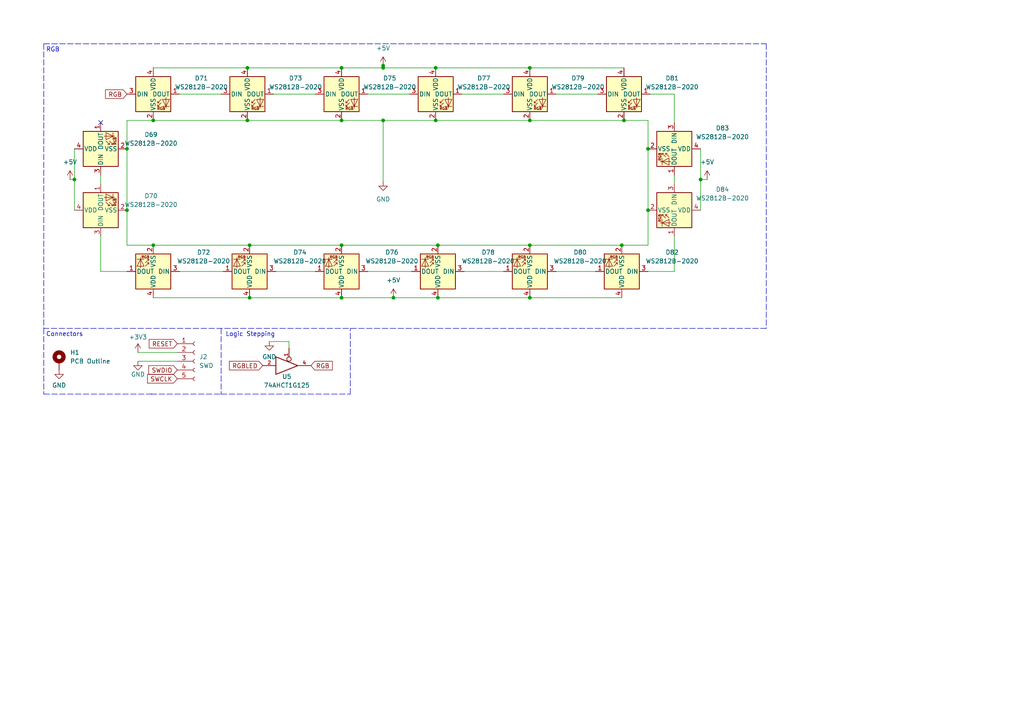
<source format=kicad_sch>
(kicad_sch (version 20231120) (generator "eeschema") (generator_version "8.0")
  (paper "A4")
  (title_block (title "SST60 - Multi-layout 60% pcb") (date "2022-07-25") (rev "1.0"))
  (lib_symbols
    (symbol "74xGxx:74AHCT1G125" (pin_names (offset 1.016))
      (property "Reference" "U?" (at -0.635 -5.715 0))
      (property "Value" "74AHCT1G125" (at -0.635 -8.255 0))
      (symbol "74AHCT1G125_0_1"
        (polyline (pts (xy -3.81 2.54) (xy -3.81 -2.54) (xy 2.54 0) (xy -3.81 2.54)) (stroke (width 0.254)))
      )
      (symbol "74AHCT1G125_1_1"
        (pin input inverted (at 0 5.08 270) (length 3.81) (name "~") (number "1"))
        (pin input line (at -7.62 0 0) (length 3.81) (name "~") (number "2"))
        (pin power_in line (at 5.08 -2.54 270) (length 0) hide (name "GND") (number "3"))
        (pin tri_state line (at 6.35 0 180) (length 3.81) (name "~") (number "4"))
        (pin power_in line (at 1.27 1.27 90) (length 0) hide (name "+5V") (number "5"))
      )
    )
    (symbol "Connector:Conn_01x05_Female" (pin_names (offset 1.016) hide)
      (property "Reference" "J" (at 0 7.62 0))
      (property "Value" "Conn_01x05_Female" (at 0 -7.62 0))
      (symbol "Conn_01x05_Female_1_1"
        (arc (start 0 -4.572) (mid -0.5058 -5.08) (end 0 -5.588) (stroke (width 0.1524)))
        (arc (start 0 -2.032) (mid -0.5058 -2.54) (end 0 -3.048) (stroke (width 0.1524)))
        (polyline (pts (xy -1.27 -5.08) (xy -0.508 -5.08)) (stroke (width 0.1524)))
        (polyline (pts (xy -1.27 -2.54) (xy -0.508 -2.54)) (stroke (width 0.1524)))
        (polyline (pts (xy -1.27 0) (xy -0.508 0)) (stroke (width 0.1524)))
        (polyline (pts (xy -1.27 2.54) (xy -0.508 2.54)) (stroke (width 0.1524)))
        (polyline (pts (xy -1.27 5.08) (xy -0.508 5.08)) (stroke (width 0.1524)))
        (arc (start 0 0.508) (mid -0.5058 0) (end 0 -0.508) (stroke (width 0.1524)))
        (arc (start 0 3.048) (mid -0.5058 2.54) (end 0 2.032) (stroke (width 0.1524)))
        (arc (start 0 5.588) (mid -0.5058 5.08) (end 0 4.572) (stroke (width 0.1524)))
        (pin passive line (at -5.08 5.08 0) (length 3.81) (name "Pin_1") (number "1"))
        (pin passive line (at -5.08 2.54 0) (length 3.81) (name "Pin_2") (number "2"))
        (pin passive line (at -5.08 0 0) (length 3.81) (name "Pin_3") (number "3"))
        (pin passive line (at -5.08 -2.54 0) (length 3.81) (name "Pin_4") (number "4"))
        (pin passive line (at -5.08 -5.08 0) (length 3.81) (name "Pin_5") (number "5"))
      )
    )
    (symbol "Mechanical:MountingHole_Pad" (pin_numbers hide) (pin_names (offset 1.016) hide)
      (property "Reference" "H" (at 0 6.35 0))
      (property "Value" "MountingHole_Pad" (at 0 4.445 0))
      (symbol "MountingHole_Pad_0_1"
        (circle (center 0 1.27) (radius 1.27) (stroke (width 1.27)))
      )
      (symbol "MountingHole_Pad_1_1"
        (pin input line (at 0 -2.54 90) (length 2.54) (name "1") (number "1"))
      )
    )
    (symbol "cipulot_parts:SK6812MINI" (pin_names (offset 0.254))
      (property "Reference" "D" (at 5.08 5.715 0))
      (property "Value" "SK6812MINI" (at 1.27 -5.715 0))
      (symbol "SK6812MINI_0_0"
        (text "RGB" (at 2.286 -4.191 0) (effects (font (size 0.762 0.762))))
      )
      (symbol "SK6812MINI_0_1"
        (polyline (pts (xy 1.27 -3.556) (xy 1.778 -3.556)))
        (polyline (pts (xy 1.27 -2.54) (xy 1.778 -2.54)))
        (polyline (pts (xy 4.699 -3.556) (xy 2.667 -3.556)))
        (polyline (pts (xy 2.286 -2.54) (xy 1.27 -3.556) (xy 1.27 -3.048)))
        (polyline (pts (xy 2.286 -1.524) (xy 1.27 -2.54) (xy 1.27 -2.032)))
        (polyline (pts (xy 3.683 -1.016) (xy 3.683 -3.556) (xy 3.683 -4.064)))
        (polyline (pts (xy 4.699 -1.524) (xy 2.667 -1.524) (xy 3.683 -3.556) (xy 4.699 -1.524)))
        (rectangle (start 5.08 5.08) (end -5.08 -5.08) (stroke (width 0.254)) (fill (type background)))
      )
      (symbol "SK6812MINI_1_1"
        (pin output line (at 7.62 0 180) (length 2.54) (name "DOUT") (number "1"))
        (pin power_in line (at 0 -7.62 90) (length 2.54) (name "VSS") (number "2"))
        (pin input line (at -7.62 0 0) (length 2.54) (name "DIN") (number "3"))
        (pin power_in line (at 0 7.62 270) (length 2.54) (name "VDD") (number "4"))
      )
    )
    (symbol "power:+3V3" (power) (pin_names (offset 0))
      (property "Value" "+3V3" (at 0 3.556 0))
      (symbol "+3V3_0_1"
        (polyline (pts (xy -0.762 1.27) (xy 0 2.54)))
        (polyline (pts (xy 0 0) (xy 0 2.54)))
        (polyline (pts (xy 0 2.54) (xy 0.762 1.27)))
      )
      (symbol "+3V3_1_1"
        (pin power_in line (at 0 0 90) (length 0) hide (name "+3V3") (number "1"))
      )
    )
    (symbol "power:+5V" (power) (pin_names (offset 0))
      (property "Value" "+5V" (at 0 3.556 0))
      (symbol "+5V_0_1"
        (polyline (pts (xy -0.762 1.27) (xy 0 2.54)))
        (polyline (pts (xy 0 0) (xy 0 2.54)))
        (polyline (pts (xy 0 2.54) (xy 0.762 1.27)))
      )
      (symbol "+5V_1_1"
        (pin power_in line (at 0 0 90) (length 0) hide (name "+5V") (number "1"))
      )
    )
    (symbol "power:GND" (power) (pin_names (offset 0))
      (property "Value" "GND" (at 0 -3.81 0))
      (symbol "GND_0_1"
        (polyline (pts (xy 0 0) (xy 0 -1.27) (xy 1.27 -1.27) (xy 0 -2.54) (xy -1.27 -1.27) (xy 0 -1.27)))
      )
      (symbol "GND_1_1"
        (pin power_in line (at 0 0 270) (length 0) hide (name "GND") (number "1"))
      )
    )
  )
  (junction (at 153.67 34.925))
  (junction (at 114.113 86.36))
  (junction (at 153.67 71.12))
  (junction (at 187.96 60.96))
  (junction (at 153.67 86.36))
  (junction (at 111.125 19.05))
  (junction (at 21.59 52.07))
  (junction (at 44.45 71.12))
  (junction (at 99.06 86.36))
  (junction (at 187.96 43.18))
  (junction (at 180.975 34.925))
  (junction (at 127 86.36))
  (junction (at 180.34 71.12))
  (junction (at 99.06 19.685))
  (junction (at 126.365 34.925))
  (junction (at 36.83 60.96))
  (junction (at 71.755 34.925))
  (junction (at 127 71.12))
  (junction (at 111.125 19.685))
  (junction (at 111.125 34.925))
  (junction (at 36.83 43.18))
  (junction (at 72.39 86.36))
  (junction (at 153.67 19.685))
  (junction (at 126.365 19.685))
  (junction (at 99.06 34.925))
  (junction (at 99.06 71.12))
  (junction (at 44.45 34.925))
  (junction (at 72.39 71.12))
  (junction (at 203.2 52.07))
  (junction (at 71.755 19.685))
  (no_connect (at 29.21 35.56))
  (wire (pts (xy 21.59 52.07) (xy 21.59 60.96)))
  (wire (pts (xy 187.96 43.18) (xy 187.96 34.925)))
  (polyline (pts (xy 12.7 12.7) (xy 12.7 95.25)) (stroke (width 0) (type dash)))
  (wire (pts (xy 40.005 104.775) (xy 51.435 104.775)))
  (wire (pts (xy 195.58 50.8) (xy 195.58 53.34)))
  (wire (pts (xy 127 71.12) (xy 99.06 71.12)))
  (wire (pts (xy 187.96 43.18) (xy 187.96 60.96)))
  (wire (pts (xy 99.06 34.925) (xy 111.125 34.925)))
  (wire (pts (xy 21.59 43.18) (xy 21.59 52.07)))
  (wire (pts (xy 44.45 71.12) (xy 36.83 71.12)))
  (wire (pts (xy 188.595 27.305) (xy 195.58 27.305)))
  (wire (pts (xy 127 86.36) (xy 153.67 86.36)))
  (wire (pts (xy 106.68 27.305) (xy 118.745 27.305)))
  (wire (pts (xy 29.21 68.58) (xy 29.21 78.74)))
  (wire (pts (xy 126.365 19.685) (xy 111.125 19.685)))
  (wire (pts (xy 134.62 78.74) (xy 146.05 78.74)))
  (polyline (pts (xy 12.7 12.7) (xy 222.25 12.7)) (stroke (width 0) (type dash)))
  (wire (pts (xy 161.29 27.305) (xy 173.355 27.305)))
  (polyline (pts (xy 101.6 114.3) (xy 101.6 95.25)) (stroke (width 0) (type dash)))
  (polyline (pts (xy 64.135 114.3) (xy 101.6 114.3)) (stroke (width 0) (type dash)))
  (wire (pts (xy 78.105 99.06) (xy 83.82 99.06)))
  (polyline (pts (xy 222.25 12.7) (xy 222.25 95.25)) (stroke (width 0) (type dash)))
  (wire (pts (xy 187.96 71.12) (xy 180.34 71.12)))
  (wire (pts (xy 180.34 71.12) (xy 153.67 71.12)))
  (wire (pts (xy 203.2 43.18) (xy 203.2 52.07)))
  (wire (pts (xy 52.07 78.74) (xy 64.77 78.74)))
  (wire (pts (xy 187.96 60.96) (xy 187.96 71.12)))
  (wire (pts (xy 79.375 27.305) (xy 91.44 27.305)))
  (wire (pts (xy 80.01 78.74) (xy 91.44 78.74)))
  (wire (pts (xy 29.21 78.74) (xy 36.83 78.74)))
  (wire (pts (xy 36.83 43.18) (xy 36.83 34.925)))
  (wire (pts (xy 36.83 43.18) (xy 36.83 60.96)))
  (wire (pts (xy 153.67 34.925) (xy 180.975 34.925)))
  (wire (pts (xy 111.125 19.685) (xy 111.125 19.05)))
  (wire (pts (xy 44.45 34.925) (xy 71.755 34.925)))
  (wire (pts (xy 203.2 52.07) (xy 205.105 52.07)))
  (wire (pts (xy 99.06 19.685) (xy 111.125 19.685)))
  (polyline (pts (xy 12.7 114.3) (xy 44.45 114.3)) (stroke (width 0) (type dash)))
  (wire (pts (xy 195.58 27.305) (xy 195.58 35.56)))
  (wire (pts (xy 195.58 68.58) (xy 195.58 78.74)))
  (wire (pts (xy 153.67 71.12) (xy 127 71.12)))
  (wire (pts (xy 180.975 19.685) (xy 153.67 19.685)))
  (wire (pts (xy 111.125 52.705) (xy 111.125 34.925)))
  (wire (pts (xy 20.32 52.07) (xy 21.59 52.07)))
  (wire (pts (xy 40.005 102.235) (xy 51.435 102.235)))
  (wire (pts (xy 44.45 19.685) (xy 71.755 19.685)))
  (wire (pts (xy 71.755 34.925) (xy 99.06 34.925)))
  (wire (pts (xy 29.21 50.8) (xy 29.21 53.34)))
  (polyline (pts (xy 43.815 114.3) (xy 64.135 114.3)) (stroke (width 0) (type dash)))
  (polyline (pts (xy 64.135 95.25) (xy 64.135 114.3)) (stroke (width 0) (type dash)))
  (wire (pts (xy 133.985 27.305) (xy 146.05 27.305)))
  (wire (pts (xy 36.83 60.96) (xy 36.83 71.12)))
  (wire (pts (xy 99.06 71.12) (xy 72.39 71.12)))
  (wire (pts (xy 161.29 78.74) (xy 172.72 78.74)))
  (wire (pts (xy 203.2 60.96) (xy 203.2 52.07)))
  (wire (pts (xy 99.06 86.36) (xy 114.113 86.36)))
  (wire (pts (xy 114.113 86.36) (xy 127 86.36)))
  (polyline (pts (xy 12.7 95.25) (xy 12.7 114.3)) (stroke (width 0) (type dash)))
  (wire (pts (xy 36.83 34.925) (xy 44.45 34.925)))
  (wire (pts (xy 72.39 86.36) (xy 99.06 86.36)))
  (wire (pts (xy 153.67 86.36) (xy 180.34 86.36)))
  (wire (pts (xy 111.125 19.05) (xy 111.125 18.415)))
  (wire (pts (xy 52.07 27.305) (xy 64.135 27.305)))
  (wire (pts (xy 44.45 86.36) (xy 72.39 86.36)))
  (wire (pts (xy 126.365 34.925) (xy 153.67 34.925)))
  (wire (pts (xy 195.58 78.74) (xy 187.96 78.74)))
  (wire (pts (xy 111.125 34.925) (xy 126.365 34.925)))
  (wire (pts (xy 72.39 71.12) (xy 44.45 71.12)))
  (wire (pts (xy 83.82 99.06) (xy 83.82 100.965)))
  (wire (pts (xy 71.755 19.685) (xy 99.06 19.685)))
  (wire (pts (xy 187.96 34.925) (xy 180.975 34.925)))
  (wire (pts (xy 153.67 19.685) (xy 126.365 19.685)))
  (wire (pts (xy 106.68 78.74) (xy 119.38 78.74)))
  (polyline (pts (xy 222.25 95.25) (xy 12.7 95.25)) (stroke (width 0) (type dash)))
  (text "Logic Stepping" (at 65.405 97.79 0) (effects (font (size 1.27 1.27)) (justify left bottom)))
  (text "Connectors\n" (at 13.335 97.79 0) (effects (font (size 1.27 1.27)) (justify left bottom)))
  (text "RGB\n" (at 13.335 15.24 0) (effects (font (size 1.27 1.27)) (justify left bottom)))
  (global_label "RGB" (shape input) (at 90.17 106.045 0) (property "Intersheetrefs" "${INTERSHEET_REFS}" (effects (hide yes))))
  (global_label "RGB" (shape input) (at 36.83 27.305 180) (property "Intersheetrefs" "${INTERSHEET_REFS}" (effects (hide yes))))
  (global_label "SWCLK" (shape input) (at 51.435 109.855 180) (property "Intersheetrefs" "${INTERSHEET_REFS}" (effects (hide yes))))
  (global_label "RGBLED" (shape input) (at 76.2 106.045 180) (property "Intersheetrefs" "${INTERSHEET_REFS}" (effects (hide yes))))
  (global_label "RESET" (shape input) (at 51.435 99.695 180) (property "Intersheetrefs" "${INTERSHEET_REFS}" (effects (hide yes))))
  (global_label "SWDIO" (shape input) (at 51.435 107.315 180) (property "Intersheetrefs" "${INTERSHEET_REFS}" (effects (hide yes))))
  (symbol (lib_id "cipulot_parts:SK6812MINI") (at 29.21 43.18 90) (unit 1)
    (property "Reference" "D69" (at 43.815 39.0398 90))
    (property "Value" "WS2812B-2020" (at 43.815 41.5798 90))
    (property "Footprint" "acheron_Components:LED_WS2812_2020" (effects (hide yes)))
    (property "Datasheet" "http://www.world-semi.com/DownLoadFile/112" (effects (hide yes)))
  )
  (symbol (lib_id "cipulot_parts:SK6812MINI") (at 29.21 60.96 90) (unit 1)
    (property "Reference" "D70" (at 43.815 56.8198 90))
    (property "Value" "WS2812B-2020" (at 43.815 59.3598 90))
    (property "Footprint" "acheron_Components:LED_WS2812_2020" (effects (hide yes)))
    (property "Datasheet" "http://www.world-semi.com/DownLoadFile/112" (effects (hide yes)))
  )
  (symbol (lib_id "cipulot_parts:SK6812MINI") (at 99.06 27.305 0) (unit 1)
    (property "Reference" "D75" (at 113.03 22.6949 0))
    (property "Value" "WS2812B-2020" (at 113.03 25.2349 0))
    (property "Footprint" "acheron_Components:LED_WS2812_2020" (effects (hide yes)))
    (property "Datasheet" "http://www.world-semi.com/DownLoadFile/112" (effects (hide yes)))
  )
  (symbol (lib_id "cipulot_parts:SK6812MINI") (at 72.39 78.74 180) (unit 1)
    (property "Reference" "D74" (at 86.995 73.1899 0))
    (property "Value" "WS2812B-2020" (at 86.995 75.7299 0))
    (property "Footprint" "acheron_Components:LED_WS2812_2020" (effects (hide yes)))
    (property "Datasheet" "http://www.world-semi.com/DownLoadFile/112" (effects (hide yes)))
  )
  (symbol (lib_id "cipulot_parts:SK6812MINI") (at 153.67 27.305 0) (unit 1)
    (property "Reference" "D79" (at 167.64 22.6949 0))
    (property "Value" "WS2812B-2020" (at 167.64 25.2349 0))
    (property "Footprint" "acheron_Components:LED_WS2812_2020" (effects (hide yes)))
    (property "Datasheet" "http://www.world-semi.com/DownLoadFile/112" (effects (hide yes)))
  )
  (symbol (lib_id "74xGxx:74AHCT1G125") (at 83.82 106.045 0) (unit 1)
    (property "Reference" "U5" (at 83.185 109.22 0))
    (property "Value" "74AHCT1G125" (at 83.185 111.76 0))
    (property "Footprint" "Package_TO_SOT_SMD:SOT-23-5" (effects (hide yes)))
    (property "Datasheet" "http://www.ti.com/lit/sg/scyt129e/scyt129e.pdf" (effects (hide yes)))
  )
  (symbol (lib_id "power:GND") (at 17.145 107.315 0) (unit 1)
    (property "Reference" "#PWR0141" (effects (hide yes)))
    (property "Value" "GND" (at 17.145 111.76 0))
  )
  (symbol (lib_id "cipulot_parts:SK6812MINI") (at 180.975 27.305 0) (unit 1)
    (property "Reference" "D81" (at 194.945 22.6949 0))
    (property "Value" "WS2812B-2020" (at 194.945 25.2349 0))
    (property "Footprint" "acheron_Components:LED_WS2812_2020" (effects (hide yes)))
    (property "Datasheet" "http://www.world-semi.com/DownLoadFile/112" (effects (hide yes)))
  )
  (symbol (lib_id "cipulot_parts:SK6812MINI") (at 99.06 78.74 180) (unit 1)
    (property "Reference" "D76" (at 113.665 73.1899 0))
    (property "Value" "WS2812B-2020" (at 113.665 75.7299 0))
    (property "Footprint" "acheron_Components:LED_WS2812_2020" (effects (hide yes)))
    (property "Datasheet" "http://www.world-semi.com/DownLoadFile/112" (effects (hide yes)))
  )
  (symbol (lib_id "Mechanical:MountingHole_Pad") (at 17.145 104.775 0) (unit 1)
    (property "Reference" "H1" (at 20.32 102.2349 0) (effects (justify left)))
    (property "Value" "PCB Outline" (at 20.32 104.7749 0) (effects (justify left)))
    (property "Footprint" "Components:L60 Outline" (effects (hide yes)))
  )
  (symbol (lib_id "power:GND") (at 40.005 104.775 0) (unit 1)
    (property "Reference" "#PWR0139" (effects (hide yes)))
    (property "Value" "GND" (at 40.005 108.585 0))
  )
  (symbol (lib_id "cipulot_parts:SK6812MINI") (at 180.34 78.74 180) (unit 1)
    (property "Reference" "D82" (at 194.945 73.1899 0))
    (property "Value" "WS2812B-2020" (at 194.945 75.7299 0))
    (property "Footprint" "acheron_Components:LED_WS2812_2020" (effects (hide yes)))
    (property "Datasheet" "http://www.world-semi.com/DownLoadFile/112" (effects (hide yes)))
  )
  (symbol (lib_id "power:+5V") (at 205.105 52.07 0) (unit 1)
    (property "Reference" "#PWR0142" (effects (hide yes)))
    (property "Value" "+5V" (at 205.105 46.99 0))
  )
  (symbol (lib_id "power:+5V") (at 111.125 19.05 0) (unit 1)
    (property "Reference" "#PWR0138" (effects (hide yes)))
    (property "Value" "+5V" (at 111.125 13.97 0))
  )
  (symbol (lib_id "cipulot_parts:SK6812MINI") (at 126.365 27.305 0) (unit 1)
    (property "Reference" "D77" (at 140.335 22.6949 0))
    (property "Value" "WS2812B-2020" (at 140.335 25.2349 0))
    (property "Footprint" "acheron_Components:LED_WS2812_2020" (effects (hide yes)))
    (property "Datasheet" "http://www.world-semi.com/DownLoadFile/112" (effects (hide yes)))
  )
  (symbol (lib_id "power:+5V") (at 114.113 86.36 0) (unit 1)
    (property "Reference" "#PWR0144" (effects (hide yes)))
    (property "Value" "+5V" (at 114.113 81.28 0))
  )
  (symbol (lib_id "power:GND") (at 111.125 52.705 0) (unit 1)
    (property "Reference" "#PWR0137" (effects (hide yes)))
    (property "Value" "GND" (at 111.125 57.785 0))
  )
  (symbol (lib_id "cipulot_parts:SK6812MINI") (at 195.58 60.96 270) (unit 1)
    (property "Reference" "D84" (at 209.55 54.94 90))
    (property "Value" "WS2812B-2020" (at 209.55 57.48 90))
    (property "Footprint" "acheron_Components:LED_WS2812_2020" (effects (hide yes)))
    (property "Datasheet" "http://www.world-semi.com/DownLoadFile/112" (effects (hide yes)))
  )
  (symbol (lib_id "power:GND") (at 78.105 99.06 0) (unit 1)
    (property "Reference" "#PWR0145" (effects (hide yes)))
    (property "Value" "GND" (at 78.105 103.505 0))
  )
  (symbol (lib_id "cipulot_parts:SK6812MINI") (at 71.755 27.305 0) (unit 1)
    (property "Reference" "D73" (at 85.725 22.6949 0))
    (property "Value" "WS2812B-2020" (at 85.725 25.2349 0))
    (property "Footprint" "acheron_Components:LED_WS2812_2020" (effects (hide yes)))
    (property "Datasheet" "http://www.world-semi.com/DownLoadFile/112" (effects (hide yes)))
  )
  (symbol (lib_id "power:+5V") (at 20.32 52.07 0) (unit 1)
    (property "Reference" "#PWR0143" (effects (hide yes)))
    (property "Value" "+5V" (at 20.32 46.99 0))
  )
  (symbol (lib_id "Connector:Conn_01x05_Female") (at 56.515 104.775 0) (unit 1)
    (property "Reference" "J2" (at 57.785 103.5049 0) (effects (justify left)))
    (property "Value" "SWD" (at 57.785 106.0449 0) (effects (justify left)))
    (property "Footprint" "Connector_PinHeader_2.54mm:PinHeader_1x05_P2.54mm_Vertical" (effects (hide yes)))
  )
  (symbol (lib_id "cipulot_parts:SK6812MINI") (at 195.58 43.18 270) (unit 1)
    (property "Reference" "D83" (at 209.55 37.16 90))
    (property "Value" "WS2812B-2020" (at 209.55 39.7 90))
    (property "Footprint" "acheron_Components:LED_WS2812_2020" (effects (hide yes)))
    (property "Datasheet" "http://www.world-semi.com/DownLoadFile/112" (effects (hide yes)))
  )
  (symbol (lib_id "power:+3V3") (at 40.005 102.235 0) (unit 1)
    (property "Reference" "#PWR0140" (effects (hide yes)))
    (property "Value" "+3V3" (at 40.005 97.79 0))
  )
  (symbol (lib_id "cipulot_parts:SK6812MINI") (at 153.67 78.74 180) (unit 1)
    (property "Reference" "D80" (at 168.275 73.1899 0))
    (property "Value" "WS2812B-2020" (at 168.275 75.7299 0))
    (property "Footprint" "acheron_Components:LED_WS2812_2020" (effects (hide yes)))
    (property "Datasheet" "http://www.world-semi.com/DownLoadFile/112" (effects (hide yes)))
  )
  (symbol (lib_id "cipulot_parts:SK6812MINI") (at 44.45 78.74 180) (unit 1)
    (property "Reference" "D72" (at 59.055 73.1899 0))
    (property "Value" "WS2812B-2020" (at 59.055 75.7299 0))
    (property "Footprint" "acheron_Components:LED_WS2812_2020" (effects (hide yes)))
    (property "Datasheet" "http://www.world-semi.com/DownLoadFile/112" (effects (hide yes)))
  )
  (symbol (lib_id "cipulot_parts:SK6812MINI") (at 44.45 27.305 0) (unit 1)
    (property "Reference" "D71" (at 58.42 22.6949 0))
    (property "Value" "WS2812B-2020" (at 58.42 25.2349 0))
    (property "Footprint" "acheron_Components:LED_WS2812_2020" (effects (hide yes)))
    (property "Datasheet" "http://www.world-semi.com/DownLoadFile/112" (effects (hide yes)))
  )
  (symbol (lib_id "cipulot_parts:SK6812MINI") (at 127 78.74 180) (unit 1)
    (property "Reference" "D78" (at 141.605 73.1899 0))
    (property "Value" "WS2812B-2020" (at 141.605 75.7299 0))
    (property "Footprint" "acheron_Components:LED_WS2812_2020" (effects (hide yes)))
    (property "Datasheet" "http://www.world-semi.com/DownLoadFile/112" (effects (hide yes)))
  )
)
</source>
